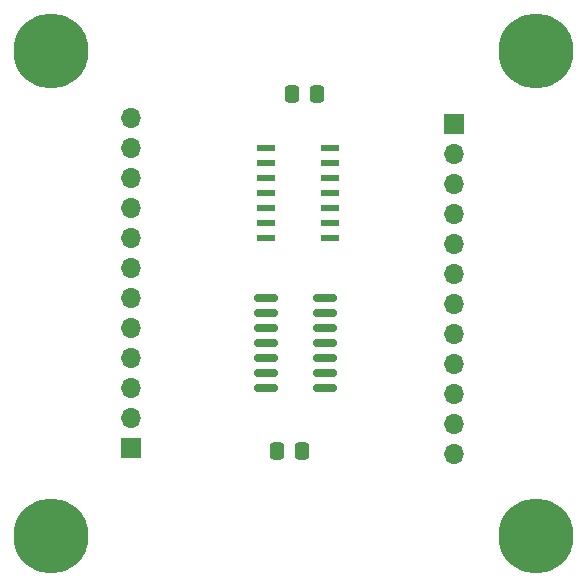
<source format=gts>
G04 #@! TF.GenerationSoftware,KiCad,Pcbnew,(6.0.1)*
G04 #@! TF.CreationDate,2022-08-20T07:42:28-04:00*
G04 #@! TF.ProjectId,SH-LEV-01,53482d4c-4556-42d3-9031-2e6b69636164,1*
G04 #@! TF.SameCoordinates,Original*
G04 #@! TF.FileFunction,Soldermask,Top*
G04 #@! TF.FilePolarity,Negative*
%FSLAX46Y46*%
G04 Gerber Fmt 4.6, Leading zero omitted, Abs format (unit mm)*
G04 Created by KiCad (PCBNEW (6.0.1)) date 2022-08-20 07:42:28*
%MOMM*%
%LPD*%
G01*
G04 APERTURE LIST*
G04 Aperture macros list*
%AMRoundRect*
0 Rectangle with rounded corners*
0 $1 Rounding radius*
0 $2 $3 $4 $5 $6 $7 $8 $9 X,Y pos of 4 corners*
0 Add a 4 corners polygon primitive as box body*
4,1,4,$2,$3,$4,$5,$6,$7,$8,$9,$2,$3,0*
0 Add four circle primitives for the rounded corners*
1,1,$1+$1,$2,$3*
1,1,$1+$1,$4,$5*
1,1,$1+$1,$6,$7*
1,1,$1+$1,$8,$9*
0 Add four rect primitives between the rounded corners*
20,1,$1+$1,$2,$3,$4,$5,0*
20,1,$1+$1,$4,$5,$6,$7,0*
20,1,$1+$1,$6,$7,$8,$9,0*
20,1,$1+$1,$8,$9,$2,$3,0*%
G04 Aperture macros list end*
%ADD10C,6.350000*%
%ADD11RoundRect,0.150000X0.825000X0.150000X-0.825000X0.150000X-0.825000X-0.150000X0.825000X-0.150000X0*%
%ADD12R,1.500000X0.600000*%
%ADD13R,1.700000X1.700000*%
%ADD14O,1.700000X1.700000*%
%ADD15RoundRect,0.250000X-0.337500X-0.475000X0.337500X-0.475000X0.337500X0.475000X-0.337500X0.475000X0*%
%ADD16RoundRect,0.250000X0.337500X0.475000X-0.337500X0.475000X-0.337500X-0.475000X0.337500X-0.475000X0*%
G04 APERTURE END LIST*
D10*
X14000000Y-55000000D03*
X55000000Y-55000000D03*
X55000000Y-14000000D03*
X14000000Y-14000000D03*
D11*
X37120600Y-42499600D03*
X37120600Y-41229600D03*
X37120600Y-39959600D03*
X37120600Y-38689600D03*
X37120600Y-37419600D03*
X37120600Y-36149600D03*
X37120600Y-34879600D03*
X32170600Y-34879600D03*
X32170600Y-36149600D03*
X32170600Y-37419600D03*
X32170600Y-38689600D03*
X32170600Y-39959600D03*
X32170600Y-41229600D03*
X32170600Y-42499600D03*
D12*
X37599600Y-29799600D03*
X37599600Y-28529600D03*
X37599600Y-27259600D03*
X37599600Y-25989600D03*
X37599600Y-24719600D03*
X37599600Y-23449600D03*
X37599600Y-22179600D03*
X32199600Y-22179600D03*
X32199600Y-23449600D03*
X32199600Y-24719600D03*
X32199600Y-25989600D03*
X32199600Y-27259600D03*
X32199600Y-28529600D03*
X32199600Y-29799600D03*
D13*
X20732600Y-47604600D03*
D14*
X20732600Y-45064600D03*
X20732600Y-42524600D03*
X20732600Y-39984600D03*
X20732600Y-37444600D03*
X20732600Y-34904600D03*
X20732600Y-32364600D03*
X20732600Y-29824600D03*
X20732600Y-27284600D03*
X20732600Y-24744600D03*
X20732600Y-22204600D03*
X20732600Y-19664600D03*
D15*
X33100100Y-47853600D03*
X35175100Y-47853600D03*
D13*
X48050600Y-20142600D03*
D14*
X48050600Y-22682600D03*
X48050600Y-25222600D03*
X48050600Y-27762600D03*
X48050600Y-30302600D03*
X48050600Y-32842600D03*
X48050600Y-35382600D03*
X48050600Y-37922600D03*
X48050600Y-40462600D03*
X48050600Y-43002600D03*
X48050600Y-45542600D03*
X48050600Y-48082600D03*
D16*
X36445100Y-17627600D03*
X34370100Y-17627600D03*
M02*

</source>
